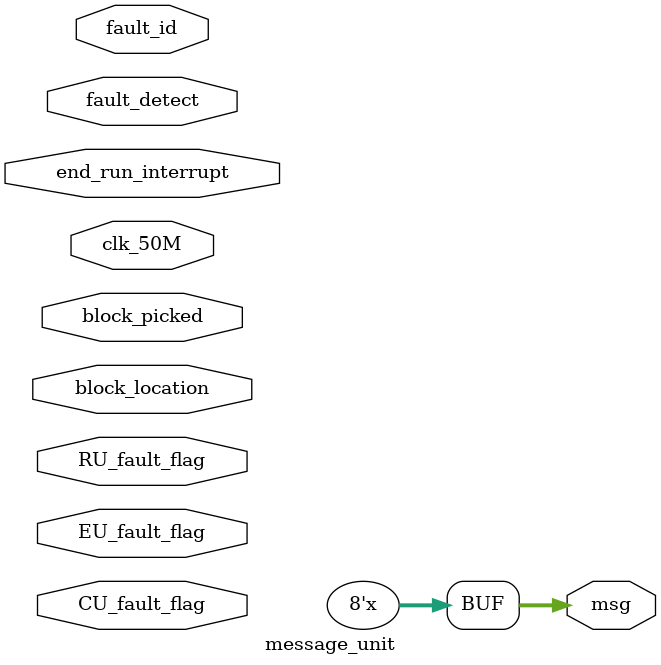
<source format=v>
module message_unit( 
input clk_50M,
input fault_detect, 											// when a fault is detected by U.S.
input [1:0] fault_id,
input block_picked,
input end_run_interrupt,
input [1:0] block_location,
input EU_fault_flag, 												// in EU section
input CU_fault_flag, 												// in CU section
input RU_fault_flag, 												// in RU section
output reg  [7:0] msg
);
parameter B = 8'h42;
parameter C = 8'h43;
parameter D = 8'h44;
parameter E = 8'h45;
parameter F = 8'h46;
parameter I = 8'h49;
parameter M = 8'h4D;
parameter N = 8'h4E;
parameter P = 8'h50;
parameter R = 8'h52;
parameter S = 8'h53;
parameter U = 8'h55;
parameter N1 = 8'h31;
parameter N2 = 8'h32;
parameter N3 = 8'h33;
parameter N4 = 8'h34;
parameter DASH = 8'h2D;
parameter HASH = 8'h23;

parameter IDLE_State = 2'b00;
parameter FAULT_state = 2'b01;
parameter PICKUP_state = 2'b10;
parameter DEPOSIT_state = 2'b11;

reg [15:0] msg_delay =0;
reg [7:0] msg_container [12:0];
reg [1:0] STATE = 2'd0;
reg [3:0] idx = 0; 
always@( clk_50M ) begin

	if ( end_run_interrupt ) begin
		msg_container[0] <= E;
		msg_container[1] <= N;
		msg_container[2] <= D;
		msg_container[3] <= DASH;
		msg_container[4] <= HASH;
	end
	else if ( fault_detect && !block_picked ) STATE <= FAULT_state;
	else if ( block_picked && !fault_detect ) STATE <= PICKUP_state;
	else if ( block_picked && fault_detect ) STATE <= DEPOSIT_state;
	else STATE <= IDLE_state;

	case (STATE)
			IDLE_state: begin
				msg_container[0] <= 8'h0;
				msg_container[1] <= 8'h0;
				msg_container[2] <= 8'h0;
				msg_container[3] <= 8'h0;
				msg_container[4] <= 8'h0;
				msg_container[5] <= 8'h0;
				msg_container[6] <= 8'h0;
				msg_container[7] <= 8'h0;
				msg_container[8] <= 8'h0;
				msg_container[9] <= 8'h0;
				msg_container[10] <= 8'h0;
				msg_container[11] <= 8'h0;
				msg_container[12] <= 8'h0;
			end
			FAULT_state: begin
				msg_container[0] <= F;
				msg_container[1] <= I;
				msg_container[2] <= M;
				msg_container[3] <= DASH;
				if (EU_fault_flag) msg_container[4] <= E;
				else if (CU_fault_flag) msg_container[4] <= C;
				else if (RU_fault_flag) msg_container[4] <= R;
				msg_container[5] <= S;
				msg_container[6] <= U;
				if (fault_id == 2'd0) msg_container[7] <= N1; 
				else if (fault_id == 2'd1) msg_container[7] <= N2;
				else if (fault_id == 2'd2) msg_container[7] <= N3;
				else if (fault_id == 2'd3) msg_container[7] <= N4;
				msg_container[8] <= DASH;
				msg_container[9] <= HASH;
			end
			PICKUP_state: begin
				msg_container[0] <= B;
				msg_container[1] <= P;
				msg_container[2] <= M;
				msg_container[3] <= DASH;
				msg_container[4] <= S;
				msg_container[5] <= U;
				msg_container[6] <= DASH;
				msg_container[7] <= B;
				if (block_location == 0) msg_container[8] <= N1;
				else if (block_location == 2'd1) msg_container[8] <= N2;
				else if (block_location == 2'd2) msg_container[8] <= N3;
				else if (block_location == 2'd3) msg_container[8] <= N4;
				msg_container[9] <= DASH;
				msg_container[10] <= HASH;
			end
			DEPOSIT_state: begin
				msg_container[0] <= B;
				msg_container[1] <= D;
				msg_container[2] <= M;
				msg_container[3] <= DASH;
				if (EU_fault_flag) msg_container[4] <= E;
				else if (CU_fault_flag) msg_container[4] <= C;
				else if (RU_fault_flag) msg_container[4] <= R;
				msg_container[5] <= S;
				msg_container[6] <= U;
				if (fault_id == 2'd0) msg_container[7] <= N1; 
				else if (fault_id == 2'd1) msg_container[7] <= N2;
				else if (fault_id == 2'd2) msg_container[7] <= N3;
				else if (fault_id == 2'd3) msg_container[7] <= N4;
				msg_container[8] <= DASH;
				msg_container[9] <= B;
				if (block_location == 0) msg_container[10] <= N1;
				else if (block_location == 2'd1) msg_container[10] <= N2;
				else if (block_location == 2'd2) msg_container[10] <= N3;
				else if (block_location == 2'd3) msg_container[10] <= N4;
				msg_container[11] <= DASH;
				msg_container[12] <= HASH;
			end
		endcase
	
	if (msg_container[idx] != 8'h0 && !msg_sent) begin
		if (msg_delay == 4339) begin
			msg <= msg_container[idx];
			if(msg_container[idx] == HASH) begin
				msg_sent <= 1;
				idx <= 0;
			end
			else idx <= idx + 1;
			msg_delay <= 0;
		end
		else msg_delay <= msg_delay + 1;
	end 
end
endmodule  
</source>
